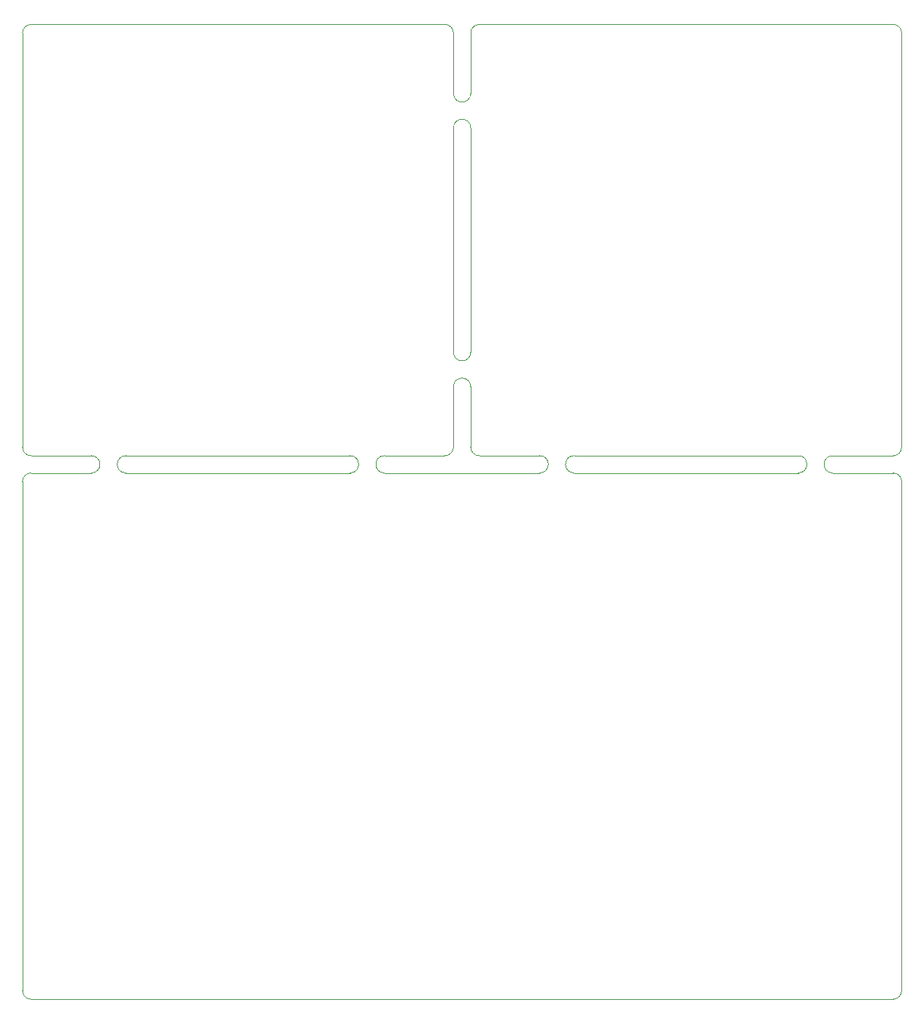
<source format=gbr>
%TF.GenerationSoftware,KiCad,Pcbnew,6.0.7-1.fc36*%
%TF.CreationDate,2022-09-03T19:14:19+02:00*%
%TF.ProjectId,CosmicWatch-ventidue,436f736d-6963-4576-9174-63682d76656e,3.3*%
%TF.SameCoordinates,Original*%
%TF.FileFunction,Profile,NP*%
%FSLAX46Y46*%
G04 Gerber Fmt 4.6, Leading zero omitted, Abs format (unit mm)*
G04 Created by KiCad (PCBNEW 6.0.7-1.fc36) date 2022-09-03 19:14:19*
%MOMM*%
%LPD*%
G01*
G04 APERTURE LIST*
%TA.AperFunction,Profile*%
%ADD10C,0.100000*%
%TD*%
G04 APERTURE END LIST*
D10*
X126999999Y-26000001D02*
G75*
G03*
X125999999Y-25000001I-999999J1D01*
G01*
X75000000Y-67000000D02*
X74999999Y-74000001D01*
X26000001Y-77000001D02*
G75*
G03*
X25000001Y-78000001I-2J-999998D01*
G01*
X125999998Y-25000000D02*
X78000000Y-25000000D01*
X85000000Y-77000000D02*
G75*
G03*
X85000000Y-75000000I0J1000000D01*
G01*
X77000001Y-66999999D02*
G75*
G03*
X75000001Y-66999999I-1000000J0D01*
G01*
X77000001Y-36999999D02*
X77000001Y-62999999D01*
X126000000Y-138000000D02*
G75*
G03*
X127000000Y-136999999I0J1000000D01*
G01*
X26000001Y-138000000D02*
X126000000Y-138000000D01*
X115000000Y-77000000D02*
G75*
G03*
X115000000Y-75000000I0J1000000D01*
G01*
X25000000Y-137000000D02*
G75*
G03*
X26000000Y-138000000I1000000J0D01*
G01*
X25000001Y-73999999D02*
G75*
G03*
X26000001Y-74999999I1000000J0D01*
G01*
X25999999Y-25000001D02*
G75*
G03*
X24999999Y-26000001I14406J-1014406D01*
G01*
X78000001Y-74999999D02*
X85000000Y-75000000D01*
X127000000Y-78000000D02*
G75*
G03*
X126000000Y-77000000I-1000000J0D01*
G01*
X67000000Y-75000000D02*
X74000000Y-75000000D01*
X73999998Y-25000002D02*
X25999999Y-25000001D01*
X75000001Y-62999999D02*
G75*
G03*
X77000001Y-62999999I1000000J0D01*
G01*
X25000000Y-74000000D02*
X24999999Y-26000001D01*
X74999999Y-26000001D02*
X74999999Y-33000000D01*
X75000001Y-32999999D02*
G75*
G03*
X77000001Y-32999999I1000000J0D01*
G01*
X67000000Y-75000000D02*
G75*
G03*
X67000000Y-77000000I0J-1000000D01*
G01*
X77000001Y-36999999D02*
G75*
G03*
X75000001Y-36999999I-1000000J0D01*
G01*
X25000001Y-78000001D02*
X25000000Y-137000000D01*
X32999999Y-77000000D02*
G75*
G03*
X32999999Y-75000000I1J1000000D01*
G01*
X26000001Y-74999999D02*
X32999999Y-75000000D01*
X125999999Y-74999999D02*
G75*
G03*
X126999999Y-73999999I1J999999D01*
G01*
X126999999Y-26000001D02*
X126999999Y-73999999D01*
X89000000Y-75000000D02*
G75*
G03*
X89000000Y-77000000I0J-1000000D01*
G01*
X75000000Y-37000000D02*
X75000000Y-63000000D01*
X37000000Y-75000000D02*
X63000000Y-75000000D01*
X77000001Y-73999999D02*
G75*
G03*
X78000001Y-74999999I999999J-1D01*
G01*
X119000000Y-75000000D02*
G75*
G03*
X119000000Y-77000000I0J-1000000D01*
G01*
X119000000Y-77000000D02*
X126000000Y-77000000D01*
X74000000Y-75000000D02*
G75*
G03*
X75000000Y-74000000I0J1000000D01*
G01*
X67000000Y-77000000D02*
X85000000Y-77000000D01*
X127000000Y-136999999D02*
X126999999Y-78000000D01*
X77000001Y-66999999D02*
X77000001Y-73999999D01*
X37000000Y-75000000D02*
G75*
G03*
X37000000Y-77000000I0J-1000000D01*
G01*
X89000000Y-77000000D02*
X115000000Y-77000000D01*
X78000000Y-25000000D02*
G75*
G03*
X77000000Y-26000000I0J-1000000D01*
G01*
X26000001Y-77000001D02*
X32999999Y-77000002D01*
X74999999Y-26000001D02*
G75*
G03*
X73999999Y-25000001I-999999J1D01*
G01*
X63000000Y-77000000D02*
G75*
G03*
X63000000Y-75000000I0J1000000D01*
G01*
X37000000Y-77000000D02*
X63000000Y-77000000D01*
X89000000Y-75000000D02*
X115000000Y-75000000D01*
X119000000Y-75000000D02*
X125999999Y-74999999D01*
X77000001Y-32999999D02*
X77000000Y-26000000D01*
M02*

</source>
